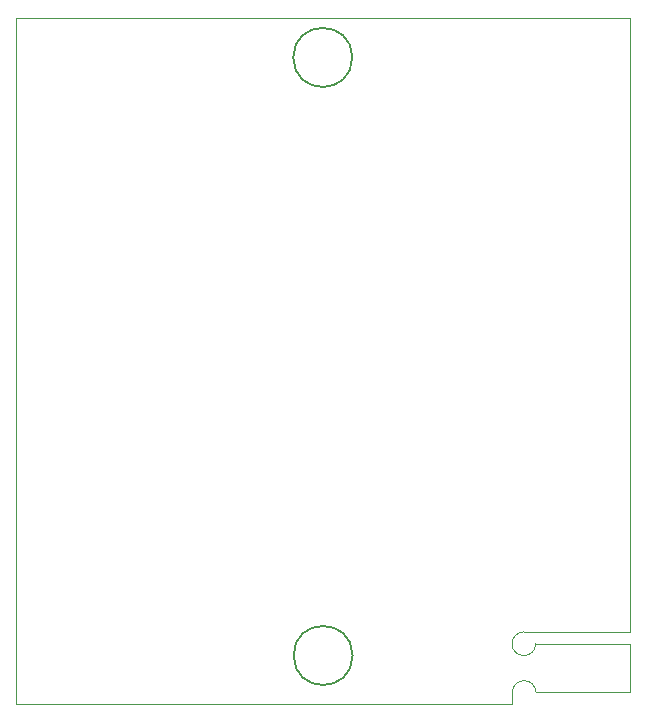
<source format=gbr>
%TF.GenerationSoftware,KiCad,Pcbnew,7.0.2*%
%TF.CreationDate,2023-05-06T12:51:57+01:00*%
%TF.ProjectId,fan-controller,66616e2d-636f-46e7-9472-6f6c6c65722e,rev?*%
%TF.SameCoordinates,Original*%
%TF.FileFunction,Profile,NP*%
%FSLAX46Y46*%
G04 Gerber Fmt 4.6, Leading zero omitted, Abs format (unit mm)*
G04 Created by KiCad (PCBNEW 7.0.2) date 2023-05-06 12:51:57*
%MOMM*%
%LPD*%
G01*
G04 APERTURE LIST*
%TA.AperFunction,Profile*%
%ADD10C,0.100000*%
%TD*%
%TA.AperFunction,Profile*%
%ADD11C,0.200000*%
%TD*%
G04 APERTURE END LIST*
D10*
X62000000Y-73000000D02*
G75*
G03*
X64000000Y-73000000I1000000J0D01*
G01*
D11*
X48474000Y-23368000D02*
G75*
G03*
X48474000Y-23368000I-2500000J0D01*
G01*
D10*
X72000000Y-77124781D02*
X64018004Y-77124781D01*
X20000000Y-20000000D02*
X72000000Y-20000000D01*
D11*
X48500000Y-74000000D02*
G75*
G03*
X48500000Y-74000000I-2500000J0D01*
G01*
D10*
X64017977Y-77124781D02*
G75*
G03*
X63000000Y-76124781I-1000177J-19D01*
G01*
X72000000Y-73000000D02*
X64000000Y-73000000D01*
X62017866Y-78128000D02*
X62017866Y-77118334D01*
X63000000Y-72000000D02*
G75*
G03*
X62000000Y-73000000I0J-1000000D01*
G01*
X63000001Y-76124845D02*
G75*
G03*
X62017708Y-77118333I17799J-999955D01*
G01*
X20000000Y-78128000D02*
X20000000Y-20000000D01*
X20000000Y-78128000D02*
X62017866Y-78128000D01*
X72000000Y-77124781D02*
X72000000Y-73000000D01*
X72000000Y-72000000D02*
X63000000Y-72000000D01*
X72000000Y-72000000D02*
X72000000Y-20000000D01*
M02*

</source>
